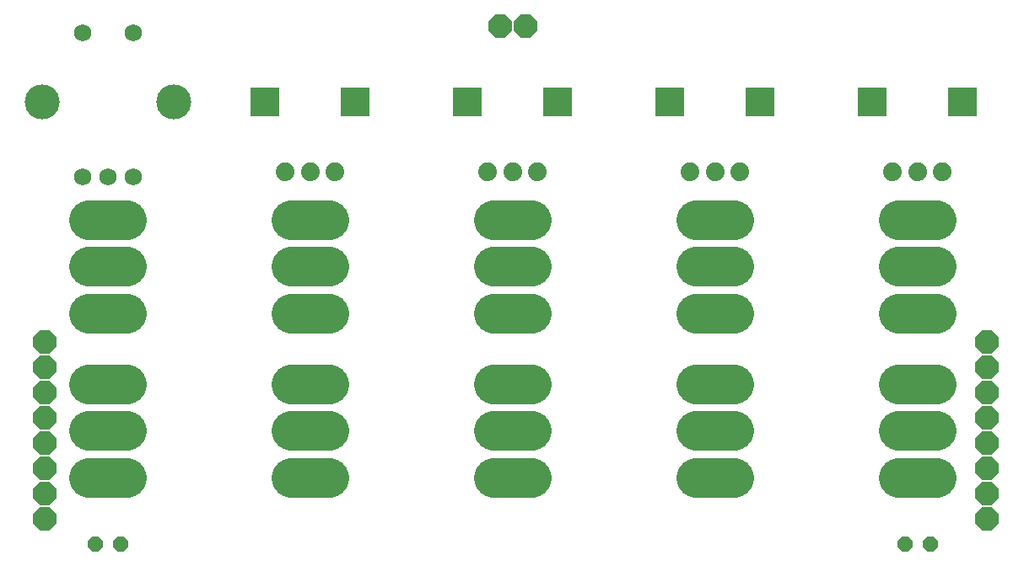
<source format=gbr>
G04 EAGLE Gerber RS-274X export*
G75*
%MOMM*%
%FSLAX34Y34*%
%LPD*%
%INSoldermask Bottom*%
%IPPOS*%
%AMOC8*
5,1,8,0,0,1.08239X$1,22.5*%
G01*
%ADD10P,2.556822X8X22.500000*%
%ADD11C,1.879600*%
%ADD12R,3.003200X3.003200*%
%ADD13P,1.649562X8X22.500000*%
%ADD14C,4.013200*%
%ADD15C,1.727200*%
%ADD16C,3.505200*%


D10*
X984250Y355600D03*
X495300Y774700D03*
X38100Y457200D03*
D11*
X329800Y628500D03*
X304800Y628500D03*
X279800Y628500D03*
D12*
X259800Y698500D03*
X349800Y698500D03*
D10*
X38100Y330200D03*
X38100Y431800D03*
X38100Y406400D03*
X984250Y431800D03*
D11*
X736200Y628500D03*
X711200Y628500D03*
X686200Y628500D03*
D12*
X666200Y698500D03*
X756200Y698500D03*
D10*
X520700Y774700D03*
X984250Y304800D03*
D13*
X901700Y254000D03*
X927100Y254000D03*
X88900Y254000D03*
X114300Y254000D03*
D11*
X939400Y628500D03*
X914400Y628500D03*
X889400Y628500D03*
D12*
X869400Y698500D03*
X959400Y698500D03*
D10*
X984250Y457200D03*
X984250Y381000D03*
X984250Y406400D03*
X38100Y355600D03*
X38100Y381000D03*
D14*
X895350Y321310D02*
X933450Y321310D01*
X933450Y368300D02*
X895350Y368300D01*
X895350Y415290D02*
X933450Y415290D01*
X323850Y321310D02*
X285750Y321310D01*
X285750Y368300D02*
X323850Y368300D01*
X323850Y415290D02*
X285750Y415290D01*
X120650Y415290D02*
X82550Y415290D01*
X82550Y368300D02*
X120650Y368300D01*
X120650Y321310D02*
X82550Y321310D01*
X895350Y580390D02*
X933450Y580390D01*
X933450Y533400D02*
X895350Y533400D01*
X895350Y486410D02*
X933450Y486410D01*
X730250Y580390D02*
X692150Y580390D01*
X692150Y533400D02*
X730250Y533400D01*
X730250Y486410D02*
X692150Y486410D01*
X527050Y580390D02*
X488950Y580390D01*
X488950Y533400D02*
X527050Y533400D01*
X527050Y486410D02*
X488950Y486410D01*
X323850Y580390D02*
X285750Y580390D01*
X285750Y533400D02*
X323850Y533400D01*
X323850Y486410D02*
X285750Y486410D01*
X120650Y580390D02*
X82550Y580390D01*
X82550Y533400D02*
X120650Y533400D01*
X120650Y486410D02*
X82550Y486410D01*
X692150Y321310D02*
X730250Y321310D01*
X730250Y368300D02*
X692150Y368300D01*
X692150Y415290D02*
X730250Y415290D01*
X527050Y321310D02*
X488950Y321310D01*
X488950Y368300D02*
X527050Y368300D01*
X527050Y415290D02*
X488950Y415290D01*
D10*
X984250Y330200D03*
X38100Y279400D03*
D15*
X101600Y623570D03*
X76200Y768350D03*
D16*
X35560Y698500D03*
X167640Y698500D03*
D15*
X127000Y768350D03*
X76200Y623570D03*
X127000Y623570D03*
D11*
X533000Y628500D03*
X508000Y628500D03*
X483000Y628500D03*
D12*
X463000Y698500D03*
X553000Y698500D03*
D10*
X984250Y279400D03*
X38100Y304800D03*
M02*

</source>
